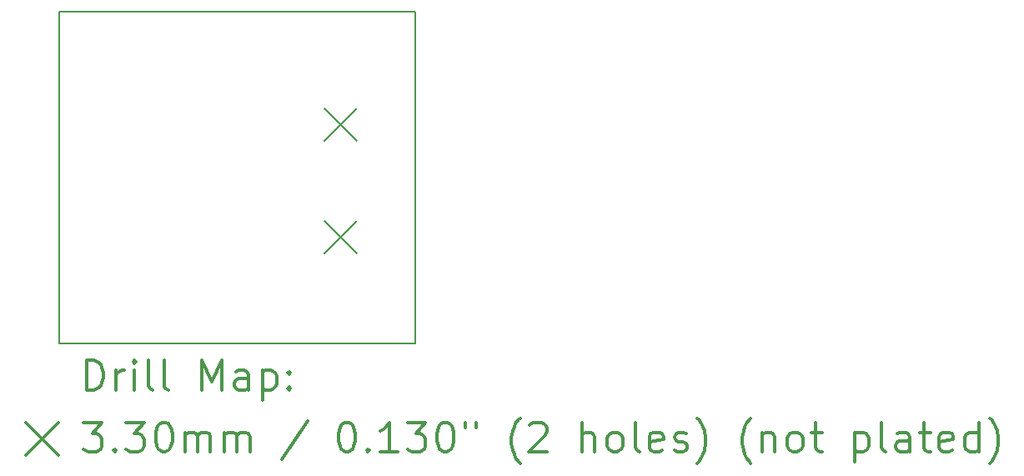
<source format=gbr>
%FSLAX45Y45*%
G04 Gerber Fmt 4.5, Leading zero omitted, Abs format (unit mm)*
G04 Created by KiCad (PCBNEW (5.1.6)-1) date 2023-04-30 23:27:59*
%MOMM*%
%LPD*%
G01*
G04 APERTURE LIST*
%TA.AperFunction,Profile*%
%ADD10C,0.150000*%
%TD*%
%ADD11C,0.200000*%
%ADD12C,0.300000*%
G04 APERTURE END LIST*
D10*
X18859500Y-10223500D02*
X18859500Y-6858000D01*
X22479000Y-10223500D02*
X18859500Y-10223500D01*
X22479000Y-6858000D02*
X22479000Y-10223500D01*
X18859500Y-6858000D02*
X22479000Y-6858000D01*
D11*
X21552000Y-7835900D02*
X21882000Y-8165900D01*
X21882000Y-7835900D02*
X21552000Y-8165900D01*
X21552000Y-8979100D02*
X21882000Y-9309100D01*
X21882000Y-8979100D02*
X21552000Y-9309100D01*
D12*
X19138428Y-10696714D02*
X19138428Y-10396714D01*
X19209857Y-10396714D01*
X19252714Y-10411000D01*
X19281286Y-10439572D01*
X19295571Y-10468143D01*
X19309857Y-10525286D01*
X19309857Y-10568143D01*
X19295571Y-10625286D01*
X19281286Y-10653857D01*
X19252714Y-10682429D01*
X19209857Y-10696714D01*
X19138428Y-10696714D01*
X19438428Y-10696714D02*
X19438428Y-10496714D01*
X19438428Y-10553857D02*
X19452714Y-10525286D01*
X19467000Y-10511000D01*
X19495571Y-10496714D01*
X19524143Y-10496714D01*
X19624143Y-10696714D02*
X19624143Y-10496714D01*
X19624143Y-10396714D02*
X19609857Y-10411000D01*
X19624143Y-10425286D01*
X19638428Y-10411000D01*
X19624143Y-10396714D01*
X19624143Y-10425286D01*
X19809857Y-10696714D02*
X19781286Y-10682429D01*
X19767000Y-10653857D01*
X19767000Y-10396714D01*
X19967000Y-10696714D02*
X19938428Y-10682429D01*
X19924143Y-10653857D01*
X19924143Y-10396714D01*
X20309857Y-10696714D02*
X20309857Y-10396714D01*
X20409857Y-10611000D01*
X20509857Y-10396714D01*
X20509857Y-10696714D01*
X20781286Y-10696714D02*
X20781286Y-10539572D01*
X20767000Y-10511000D01*
X20738428Y-10496714D01*
X20681286Y-10496714D01*
X20652714Y-10511000D01*
X20781286Y-10682429D02*
X20752714Y-10696714D01*
X20681286Y-10696714D01*
X20652714Y-10682429D01*
X20638428Y-10653857D01*
X20638428Y-10625286D01*
X20652714Y-10596714D01*
X20681286Y-10582429D01*
X20752714Y-10582429D01*
X20781286Y-10568143D01*
X20924143Y-10496714D02*
X20924143Y-10796714D01*
X20924143Y-10511000D02*
X20952714Y-10496714D01*
X21009857Y-10496714D01*
X21038428Y-10511000D01*
X21052714Y-10525286D01*
X21067000Y-10553857D01*
X21067000Y-10639572D01*
X21052714Y-10668143D01*
X21038428Y-10682429D01*
X21009857Y-10696714D01*
X20952714Y-10696714D01*
X20924143Y-10682429D01*
X21195571Y-10668143D02*
X21209857Y-10682429D01*
X21195571Y-10696714D01*
X21181286Y-10682429D01*
X21195571Y-10668143D01*
X21195571Y-10696714D01*
X21195571Y-10511000D02*
X21209857Y-10525286D01*
X21195571Y-10539572D01*
X21181286Y-10525286D01*
X21195571Y-10511000D01*
X21195571Y-10539572D01*
X18522000Y-11026000D02*
X18852000Y-11356000D01*
X18852000Y-11026000D02*
X18522000Y-11356000D01*
X19109857Y-11026714D02*
X19295571Y-11026714D01*
X19195571Y-11141000D01*
X19238428Y-11141000D01*
X19267000Y-11155286D01*
X19281286Y-11169572D01*
X19295571Y-11198143D01*
X19295571Y-11269571D01*
X19281286Y-11298143D01*
X19267000Y-11312429D01*
X19238428Y-11326714D01*
X19152714Y-11326714D01*
X19124143Y-11312429D01*
X19109857Y-11298143D01*
X19424143Y-11298143D02*
X19438428Y-11312429D01*
X19424143Y-11326714D01*
X19409857Y-11312429D01*
X19424143Y-11298143D01*
X19424143Y-11326714D01*
X19538428Y-11026714D02*
X19724143Y-11026714D01*
X19624143Y-11141000D01*
X19667000Y-11141000D01*
X19695571Y-11155286D01*
X19709857Y-11169572D01*
X19724143Y-11198143D01*
X19724143Y-11269571D01*
X19709857Y-11298143D01*
X19695571Y-11312429D01*
X19667000Y-11326714D01*
X19581286Y-11326714D01*
X19552714Y-11312429D01*
X19538428Y-11298143D01*
X19909857Y-11026714D02*
X19938428Y-11026714D01*
X19967000Y-11041000D01*
X19981286Y-11055286D01*
X19995571Y-11083857D01*
X20009857Y-11141000D01*
X20009857Y-11212429D01*
X19995571Y-11269571D01*
X19981286Y-11298143D01*
X19967000Y-11312429D01*
X19938428Y-11326714D01*
X19909857Y-11326714D01*
X19881286Y-11312429D01*
X19867000Y-11298143D01*
X19852714Y-11269571D01*
X19838428Y-11212429D01*
X19838428Y-11141000D01*
X19852714Y-11083857D01*
X19867000Y-11055286D01*
X19881286Y-11041000D01*
X19909857Y-11026714D01*
X20138428Y-11326714D02*
X20138428Y-11126714D01*
X20138428Y-11155286D02*
X20152714Y-11141000D01*
X20181286Y-11126714D01*
X20224143Y-11126714D01*
X20252714Y-11141000D01*
X20267000Y-11169572D01*
X20267000Y-11326714D01*
X20267000Y-11169572D02*
X20281286Y-11141000D01*
X20309857Y-11126714D01*
X20352714Y-11126714D01*
X20381286Y-11141000D01*
X20395571Y-11169572D01*
X20395571Y-11326714D01*
X20538428Y-11326714D02*
X20538428Y-11126714D01*
X20538428Y-11155286D02*
X20552714Y-11141000D01*
X20581286Y-11126714D01*
X20624143Y-11126714D01*
X20652714Y-11141000D01*
X20667000Y-11169572D01*
X20667000Y-11326714D01*
X20667000Y-11169572D02*
X20681286Y-11141000D01*
X20709857Y-11126714D01*
X20752714Y-11126714D01*
X20781286Y-11141000D01*
X20795571Y-11169572D01*
X20795571Y-11326714D01*
X21381286Y-11012429D02*
X21124143Y-11398143D01*
X21767000Y-11026714D02*
X21795571Y-11026714D01*
X21824143Y-11041000D01*
X21838428Y-11055286D01*
X21852714Y-11083857D01*
X21867000Y-11141000D01*
X21867000Y-11212429D01*
X21852714Y-11269571D01*
X21838428Y-11298143D01*
X21824143Y-11312429D01*
X21795571Y-11326714D01*
X21767000Y-11326714D01*
X21738428Y-11312429D01*
X21724143Y-11298143D01*
X21709857Y-11269571D01*
X21695571Y-11212429D01*
X21695571Y-11141000D01*
X21709857Y-11083857D01*
X21724143Y-11055286D01*
X21738428Y-11041000D01*
X21767000Y-11026714D01*
X21995571Y-11298143D02*
X22009857Y-11312429D01*
X21995571Y-11326714D01*
X21981286Y-11312429D01*
X21995571Y-11298143D01*
X21995571Y-11326714D01*
X22295571Y-11326714D02*
X22124143Y-11326714D01*
X22209857Y-11326714D02*
X22209857Y-11026714D01*
X22181286Y-11069572D01*
X22152714Y-11098143D01*
X22124143Y-11112429D01*
X22395571Y-11026714D02*
X22581286Y-11026714D01*
X22481286Y-11141000D01*
X22524143Y-11141000D01*
X22552714Y-11155286D01*
X22567000Y-11169572D01*
X22581286Y-11198143D01*
X22581286Y-11269571D01*
X22567000Y-11298143D01*
X22552714Y-11312429D01*
X22524143Y-11326714D01*
X22438428Y-11326714D01*
X22409857Y-11312429D01*
X22395571Y-11298143D01*
X22767000Y-11026714D02*
X22795571Y-11026714D01*
X22824143Y-11041000D01*
X22838428Y-11055286D01*
X22852714Y-11083857D01*
X22867000Y-11141000D01*
X22867000Y-11212429D01*
X22852714Y-11269571D01*
X22838428Y-11298143D01*
X22824143Y-11312429D01*
X22795571Y-11326714D01*
X22767000Y-11326714D01*
X22738428Y-11312429D01*
X22724143Y-11298143D01*
X22709857Y-11269571D01*
X22695571Y-11212429D01*
X22695571Y-11141000D01*
X22709857Y-11083857D01*
X22724143Y-11055286D01*
X22738428Y-11041000D01*
X22767000Y-11026714D01*
X22981286Y-11026714D02*
X22981286Y-11083857D01*
X23095571Y-11026714D02*
X23095571Y-11083857D01*
X23538428Y-11441000D02*
X23524143Y-11426714D01*
X23495571Y-11383857D01*
X23481286Y-11355286D01*
X23467000Y-11312429D01*
X23452714Y-11241000D01*
X23452714Y-11183857D01*
X23467000Y-11112429D01*
X23481286Y-11069572D01*
X23495571Y-11041000D01*
X23524143Y-10998143D01*
X23538428Y-10983857D01*
X23638428Y-11055286D02*
X23652714Y-11041000D01*
X23681286Y-11026714D01*
X23752714Y-11026714D01*
X23781286Y-11041000D01*
X23795571Y-11055286D01*
X23809857Y-11083857D01*
X23809857Y-11112429D01*
X23795571Y-11155286D01*
X23624143Y-11326714D01*
X23809857Y-11326714D01*
X24167000Y-11326714D02*
X24167000Y-11026714D01*
X24295571Y-11326714D02*
X24295571Y-11169572D01*
X24281286Y-11141000D01*
X24252714Y-11126714D01*
X24209857Y-11126714D01*
X24181286Y-11141000D01*
X24167000Y-11155286D01*
X24481286Y-11326714D02*
X24452714Y-11312429D01*
X24438428Y-11298143D01*
X24424143Y-11269571D01*
X24424143Y-11183857D01*
X24438428Y-11155286D01*
X24452714Y-11141000D01*
X24481286Y-11126714D01*
X24524143Y-11126714D01*
X24552714Y-11141000D01*
X24567000Y-11155286D01*
X24581286Y-11183857D01*
X24581286Y-11269571D01*
X24567000Y-11298143D01*
X24552714Y-11312429D01*
X24524143Y-11326714D01*
X24481286Y-11326714D01*
X24752714Y-11326714D02*
X24724143Y-11312429D01*
X24709857Y-11283857D01*
X24709857Y-11026714D01*
X24981286Y-11312429D02*
X24952714Y-11326714D01*
X24895571Y-11326714D01*
X24867000Y-11312429D01*
X24852714Y-11283857D01*
X24852714Y-11169572D01*
X24867000Y-11141000D01*
X24895571Y-11126714D01*
X24952714Y-11126714D01*
X24981286Y-11141000D01*
X24995571Y-11169572D01*
X24995571Y-11198143D01*
X24852714Y-11226714D01*
X25109857Y-11312429D02*
X25138428Y-11326714D01*
X25195571Y-11326714D01*
X25224143Y-11312429D01*
X25238428Y-11283857D01*
X25238428Y-11269571D01*
X25224143Y-11241000D01*
X25195571Y-11226714D01*
X25152714Y-11226714D01*
X25124143Y-11212429D01*
X25109857Y-11183857D01*
X25109857Y-11169572D01*
X25124143Y-11141000D01*
X25152714Y-11126714D01*
X25195571Y-11126714D01*
X25224143Y-11141000D01*
X25338428Y-11441000D02*
X25352714Y-11426714D01*
X25381286Y-11383857D01*
X25395571Y-11355286D01*
X25409857Y-11312429D01*
X25424143Y-11241000D01*
X25424143Y-11183857D01*
X25409857Y-11112429D01*
X25395571Y-11069572D01*
X25381286Y-11041000D01*
X25352714Y-10998143D01*
X25338428Y-10983857D01*
X25881286Y-11441000D02*
X25867000Y-11426714D01*
X25838428Y-11383857D01*
X25824143Y-11355286D01*
X25809857Y-11312429D01*
X25795571Y-11241000D01*
X25795571Y-11183857D01*
X25809857Y-11112429D01*
X25824143Y-11069572D01*
X25838428Y-11041000D01*
X25867000Y-10998143D01*
X25881286Y-10983857D01*
X25995571Y-11126714D02*
X25995571Y-11326714D01*
X25995571Y-11155286D02*
X26009857Y-11141000D01*
X26038428Y-11126714D01*
X26081286Y-11126714D01*
X26109857Y-11141000D01*
X26124143Y-11169572D01*
X26124143Y-11326714D01*
X26309857Y-11326714D02*
X26281286Y-11312429D01*
X26267000Y-11298143D01*
X26252714Y-11269571D01*
X26252714Y-11183857D01*
X26267000Y-11155286D01*
X26281286Y-11141000D01*
X26309857Y-11126714D01*
X26352714Y-11126714D01*
X26381286Y-11141000D01*
X26395571Y-11155286D01*
X26409857Y-11183857D01*
X26409857Y-11269571D01*
X26395571Y-11298143D01*
X26381286Y-11312429D01*
X26352714Y-11326714D01*
X26309857Y-11326714D01*
X26495571Y-11126714D02*
X26609857Y-11126714D01*
X26538428Y-11026714D02*
X26538428Y-11283857D01*
X26552714Y-11312429D01*
X26581286Y-11326714D01*
X26609857Y-11326714D01*
X26938428Y-11126714D02*
X26938428Y-11426714D01*
X26938428Y-11141000D02*
X26967000Y-11126714D01*
X27024143Y-11126714D01*
X27052714Y-11141000D01*
X27067000Y-11155286D01*
X27081286Y-11183857D01*
X27081286Y-11269571D01*
X27067000Y-11298143D01*
X27052714Y-11312429D01*
X27024143Y-11326714D01*
X26967000Y-11326714D01*
X26938428Y-11312429D01*
X27252714Y-11326714D02*
X27224143Y-11312429D01*
X27209857Y-11283857D01*
X27209857Y-11026714D01*
X27495571Y-11326714D02*
X27495571Y-11169572D01*
X27481286Y-11141000D01*
X27452714Y-11126714D01*
X27395571Y-11126714D01*
X27367000Y-11141000D01*
X27495571Y-11312429D02*
X27467000Y-11326714D01*
X27395571Y-11326714D01*
X27367000Y-11312429D01*
X27352714Y-11283857D01*
X27352714Y-11255286D01*
X27367000Y-11226714D01*
X27395571Y-11212429D01*
X27467000Y-11212429D01*
X27495571Y-11198143D01*
X27595571Y-11126714D02*
X27709857Y-11126714D01*
X27638428Y-11026714D02*
X27638428Y-11283857D01*
X27652714Y-11312429D01*
X27681286Y-11326714D01*
X27709857Y-11326714D01*
X27924143Y-11312429D02*
X27895571Y-11326714D01*
X27838428Y-11326714D01*
X27809857Y-11312429D01*
X27795571Y-11283857D01*
X27795571Y-11169572D01*
X27809857Y-11141000D01*
X27838428Y-11126714D01*
X27895571Y-11126714D01*
X27924143Y-11141000D01*
X27938428Y-11169572D01*
X27938428Y-11198143D01*
X27795571Y-11226714D01*
X28195571Y-11326714D02*
X28195571Y-11026714D01*
X28195571Y-11312429D02*
X28167000Y-11326714D01*
X28109857Y-11326714D01*
X28081286Y-11312429D01*
X28067000Y-11298143D01*
X28052714Y-11269571D01*
X28052714Y-11183857D01*
X28067000Y-11155286D01*
X28081286Y-11141000D01*
X28109857Y-11126714D01*
X28167000Y-11126714D01*
X28195571Y-11141000D01*
X28309857Y-11441000D02*
X28324143Y-11426714D01*
X28352714Y-11383857D01*
X28367000Y-11355286D01*
X28381286Y-11312429D01*
X28395571Y-11241000D01*
X28395571Y-11183857D01*
X28381286Y-11112429D01*
X28367000Y-11069572D01*
X28352714Y-11041000D01*
X28324143Y-10998143D01*
X28309857Y-10983857D01*
M02*

</source>
